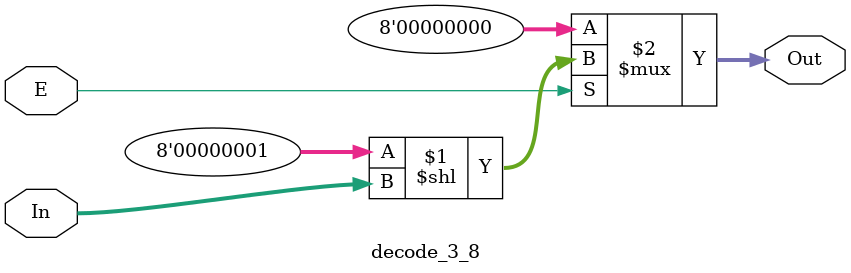
<source format=v>
module decode_3_8(E , In , Out);
input E;
input [2:0] In;
output [7:0] Out;
wire [7:0] Out;
assign Out = E ? (8'b1 << In) : 8'h0;
endmodule

</source>
